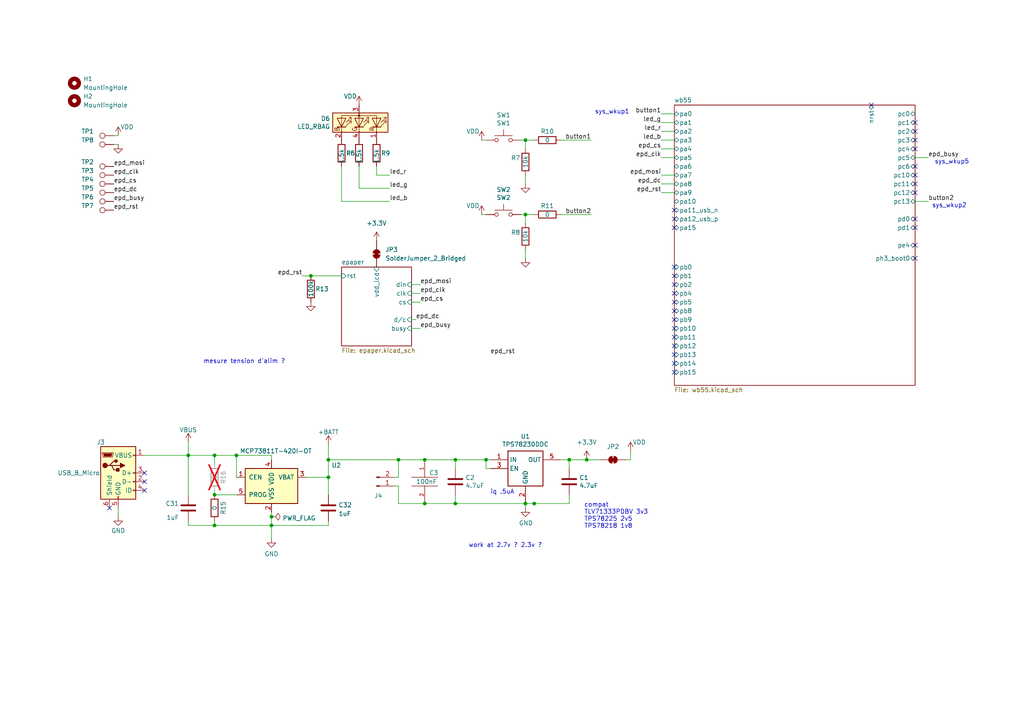
<source format=kicad_sch>
(kicad_sch (version 20231120) (generator "eeschema") (generator_version "8.0")
  (paper "A4")
  (title_block (title "linky2ble") (date "2024-10-14") (rev "1.0.0"))
  (lib_symbols
    (symbol "Battery_Management:MCP73811T-420I-OT" (pin_names (offset 1.016))
      (property "Reference" "U" (at -6.35 6.35 0))
      (property "Value" "MCP73811T-420I-OT" (at 1.27 6.35 0))
      (symbol "MCP73811T-420I-OT_0_1"
        (rectangle (start -7.62 5.08) (end 7.62 -5.08) (stroke (width 0.254)) (fill (type background)))
      )
      (symbol "MCP73811T-420I-OT_1_1"
        (pin input line (at -10.16 2.54 0) (length 2.54) (name "CEN") (number "1"))
        (pin power_in line (at 0 -7.62 90) (length 2.54) (name "VSS") (number "2"))
        (pin power_out line (at 10.16 2.54 180) (length 2.54) (name "VBAT") (number "3"))
        (pin power_in line (at 0 7.62 270) (length 2.54) (name "VDD") (number "4"))
        (pin input line (at -10.16 -2.54 0) (length 2.54) (name "PROG") (number "5"))
      )
    )
    (symbol "Connector:Conn_01x02_Pin" (pin_names (offset 1.016) hide)
      (property "Reference" "J" (at 0 2.54 0))
      (property "Value" "Conn_01x02_Pin" (at 0 -5.08 0))
      (symbol "Conn_01x02_Pin_1_1"
        (polyline (pts (xy 1.27 -2.54) (xy 0.8636 -2.54)) (stroke (width 0.1524)))
        (polyline (pts (xy 1.27 0) (xy 0.8636 0)) (stroke (width 0.1524)))
        (rectangle (start 0.8636 -2.413) (end 0 -2.667) (stroke (width 0.1524)) (fill (type outline)))
        (rectangle (start 0.8636 0.127) (end 0 -0.127) (stroke (width 0.1524)) (fill (type outline)))
        (pin passive line (at 5.08 0 180) (length 3.81) (name "Pin_1") (number "1"))
        (pin passive line (at 5.08 -2.54 180) (length 3.81) (name "Pin_2") (number "2"))
      )
    )
    (symbol "Connector:TestPoint" (pin_numbers hide) (pin_names (offset 0.762) hide)
      (property "Reference" "TP" (at 0 6.858 0))
      (property "Value" "TestPoint" (at 0 5.08 0))
      (symbol "TestPoint_0_1"
        (circle (center 0 3.302) (radius 0.762))
      )
      (symbol "TestPoint_1_1"
        (pin passive line (at 0 0 90) (length 2.54) (name "1") (number "1"))
      )
    )
    (symbol "Connector:USB_B_Micro" (pin_names (offset 1.016))
      (property "Reference" "J" (at -5.08 11.43 0))
      (property "Value" "USB_B_Micro" (at -5.08 8.89 0))
      (symbol "USB_B_Micro_0_1"
        (rectangle (start -5.08 -7.62) (end 5.08 7.62) (stroke (width 0.254)) (fill (type background)))
        (circle (center -3.81 2.159) (radius 0.635) (stroke (width 0.254)) (fill (type outline)))
        (circle (center -0.635 3.429) (radius 0.381) (stroke (width 0.254)) (fill (type outline)))
        (rectangle (start -0.127 -7.62) (end 0.127 -6.858))
        (polyline (pts (xy -1.905 2.159) (xy 0.635 2.159)) (stroke (width 0.254)))
        (polyline (pts (xy -3.175 2.159) (xy -2.54 2.159) (xy -1.27 3.429) (xy -0.635 3.429)) (stroke (width 0.254)))
        (polyline (pts (xy -2.54 2.159) (xy -1.905 2.159) (xy -1.27 0.889) (xy 0 0.889)) (stroke (width 0.254)))
        (polyline (pts (xy 0.635 2.794) (xy 0.635 1.524) (xy 1.905 2.159) (xy 0.635 2.794)) (stroke (width 0.254)) (fill (type outline)))
        (polyline (pts (xy -4.318 5.588) (xy -1.778 5.588) (xy -2.032 4.826) (xy -4.064 4.826) (xy -4.318 5.588)) (fill (type outline)))
        (polyline (pts (xy -4.699 5.842) (xy -4.699 5.588) (xy -4.445 4.826) (xy -4.445 4.572) (xy -1.651 4.572) (xy -1.651 4.826) (xy -1.397 5.588) (xy -1.397 5.842) (xy -4.699 5.842)))
        (rectangle (start 0.254 1.27) (end -0.508 0.508) (stroke (width 0.254)) (fill (type outline)))
        (rectangle (start 5.08 -5.207) (end 4.318 -4.953))
        (rectangle (start 5.08 -2.667) (end 4.318 -2.413))
        (rectangle (start 5.08 -0.127) (end 4.318 0.127))
        (rectangle (start 5.08 4.953) (end 4.318 5.207))
      )
      (symbol "USB_B_Micro_1_1"
        (pin power_out line (at 7.62 5.08 180) (length 2.54) (name "VBUS") (number "1"))
        (pin bidirectional line (at 7.62 -2.54 180) (length 2.54) (name "D-") (number "2"))
        (pin bidirectional line (at 7.62 0 180) (length 2.54) (name "D+") (number "3"))
        (pin passive line (at 7.62 -5.08 180) (length 2.54) (name "ID") (number "4"))
        (pin power_out line (at 0 -10.16 90) (length 2.54) (name "GND") (number "5"))
        (pin passive line (at -2.54 -10.16 90) (length 2.54) (name "Shield") (number "6"))
      )
    )
    (symbol "Device:C" (pin_numbers hide) (pin_names (offset 0.254))
      (property "Reference" "C" (at 0.635 2.54 0))
      (property "Value" "C" (at 0.635 -2.54 0))
      (symbol "C_0_1"
        (polyline (pts (xy -2.032 -0.762) (xy 2.032 -0.762)) (stroke (width 0.508)))
        (polyline (pts (xy -2.032 0.762) (xy 2.032 0.762)) (stroke (width 0.508)))
      )
      (symbol "C_1_1"
        (pin passive line (at 0 3.81 270) (length 2.794) (name "~") (number "1"))
        (pin passive line (at 0 -3.81 90) (length 2.794) (name "~") (number "2"))
      )
    )
    (symbol "Device:R" (pin_numbers hide) (pin_names (offset 0))
      (property "Reference" "R" (at 2.032 0 90))
      (property "Value" "R" (at 0 0 90))
      (symbol "R_0_1"
        (rectangle (start -1.016 -2.54) (end 1.016 2.54) (stroke (width 0.254)))
      )
      (symbol "R_1_1"
        (pin passive line (at 0 3.81 270) (length 1.27) (name "~") (number "1"))
        (pin passive line (at 0 -3.81 90) (length 1.27) (name "~") (number "2"))
      )
    )
    (symbol "Jumper:SolderJumper_2_Bridged" (pin_numbers hide) (pin_names (offset 0) hide) (exclude_from_sim yes) (in_bom no)
      (property "Reference" "JP" (at 0 2.032 0))
      (property "Value" "SolderJumper_2_Bridged" (at 0 -2.54 0))
      (symbol "SolderJumper_2_Bridged_0_1"
        (rectangle (start -0.508 0.508) (end 0.508 -0.508) (fill (type outline)))
        (arc (start -0.254 1.016) (mid -1.2656 0) (end -0.254 -1.016))
        (arc (start -0.254 1.016) (mid -1.2656 0) (end -0.254 -1.016) (fill (type outline)))
        (polyline (pts (xy -0.254 1.016) (xy -0.254 -1.016)))
        (polyline (pts (xy 0.254 1.016) (xy 0.254 -1.016)))
        (arc (start 0.254 -1.016) (mid 1.2656 0) (end 0.254 1.016))
        (arc (start 0.254 -1.016) (mid 1.2656 0) (end 0.254 1.016) (fill (type outline)))
      )
      (symbol "SolderJumper_2_Bridged_1_1"
        (pin passive line (at -3.81 0 0) (length 2.54) (name "A") (number "1"))
        (pin passive line (at 3.81 0 180) (length 2.54) (name "B") (number "2"))
      )
    )
    (symbol "Mechanical:MountingHole" (pin_names (offset 1.016)) (exclude_from_sim yes) (in_bom no)
      (property "Reference" "H" (at 0 5.08 0))
      (property "Value" "MountingHole" (at 0 3.175 0))
      (symbol "MountingHole_0_1"
        (circle (center 0 0) (radius 1.27) (stroke (width 1.27)))
      )
    )
    (symbol "Switch:SW_Push" (pin_numbers hide) (pin_names (offset 1.016) hide)
      (property "Reference" "SW" (at 1.27 2.54 0))
      (property "Value" "SW_Push" (at 0 -1.524 0))
      (symbol "SW_Push_0_1"
        (circle (center -2.032 0) (radius 0.508))
        (polyline (pts (xy 0 1.27) (xy 0 3.048)))
        (polyline (pts (xy 2.54 1.27) (xy -2.54 1.27)))
        (circle (center 2.032 0) (radius 0.508))
        (pin passive line (at -5.08 0 0) (length 2.54) (name "1") (number "1"))
        (pin passive line (at 5.08 0 180) (length 2.54) (name "2") (number "2"))
      )
    )
    (symbol "node-rescue:LED_RBAG-arturo182_device_extra-1cell_bms-rescue" (pin_names (offset 0) hide)
      (property "Reference" "D" (at 0 9.398 0))
      (property "Value" "LED_RBAG-arturo182_device_extra-1cell_bms-rescue" (at 0 -8.89 0))
      (symbol "LED_RBAG-arturo182_device_extra-1cell_bms-rescue_0_0"
        (text "B" (at -1.905 -6.35 0) (effects (font (size 1.27 1.27))))
        (text "G" (at -1.905 -1.27 0) (effects (font (size 1.27 1.27))))
        (text "R" (at -1.905 3.81 0) (effects (font (size 1.27 1.27))))
      )
      (symbol "LED_RBAG-arturo182_device_extra-1cell_bms-rescue_0_1"
        (polyline (pts (xy -1.27 -5.08) (xy -2.54 -5.08)))
        (polyline (pts (xy -1.27 -5.08) (xy 1.27 -5.08)))
        (polyline (pts (xy -1.27 -3.81) (xy -1.27 -6.35)))
        (polyline (pts (xy -1.27 -3.81) (xy -1.27 -6.35)) (stroke (width 0.2032)))
        (polyline (pts (xy -1.27 0) (xy -2.54 0)))
        (polyline (pts (xy -1.27 0) (xy 1.27 0)))
        (polyline (pts (xy -1.27 1.27) (xy -1.27 -1.27)) (stroke (width 0.2032)))
        (polyline (pts (xy -1.27 5.08) (xy -2.54 5.08)))
        (polyline (pts (xy -1.27 6.35) (xy -1.27 3.81)) (stroke (width 0.2032)))
        (polyline (pts (xy 1.27 0) (xy 2.54 0)))
        (polyline (pts (xy 1.27 5.08) (xy -1.27 5.08)))
        (polyline (pts (xy -1.27 1.27) (xy -1.27 -1.27) (xy -1.27 -1.27)))
        (polyline (pts (xy -1.27 6.35) (xy -1.27 3.81) (xy -1.27 3.81)))
        (polyline (pts (xy 1.27 -5.08) (xy 2.032 -5.08) (xy 2.032 5.08) (xy 1.27 5.08)))
        (polyline (pts (xy 1.27 -3.81) (xy 1.27 -6.35) (xy -1.27 -5.08) (xy 1.27 -3.81)) (stroke (width 0.2032)))
        (polyline (pts (xy 1.27 1.27) (xy 1.27 -1.27) (xy -1.27 0) (xy 1.27 1.27)) (stroke (width 0.2032)))
        (polyline (pts (xy 1.27 6.35) (xy 1.27 3.81) (xy -1.27 5.08) (xy 1.27 6.35)) (stroke (width 0.2032)))
        (polyline (pts (xy -1.016 -3.81) (xy 0.508 -2.286) (xy -0.254 -2.286) (xy 0.508 -2.286) (xy 0.508 -3.048)))
        (polyline (pts (xy -1.016 1.27) (xy 0.508 2.794) (xy -0.254 2.794) (xy 0.508 2.794) (xy 0.508 2.032)))
        (polyline (pts (xy -1.016 6.35) (xy 0.508 7.874) (xy -0.254 7.874) (xy 0.508 7.874) (xy 0.508 7.112)))
        (polyline (pts (xy 0 -3.81) (xy 1.524 -2.286) (xy 0.762 -2.286) (xy 1.524 -2.286) (xy 1.524 -3.048)))
        (polyline (pts (xy 0 1.27) (xy 1.524 2.794) (xy 0.762 2.794) (xy 1.524 2.794) (xy 1.524 2.032)))
        (polyline (pts (xy 0 6.35) (xy 1.524 7.874) (xy 0.762 7.874) (xy 1.524 7.874) (xy 1.524 7.112)))
        (rectangle (start 1.27 -1.27) (end 1.27 1.27))
        (rectangle (start 1.27 1.27) (end 1.27 1.27))
        (rectangle (start 1.27 3.81) (end 1.27 6.35))
        (rectangle (start 1.27 6.35) (end 1.27 6.35))
        (circle (center 2.032 0) (radius 0.254) (fill (type outline)))
        (rectangle (start 2.794 8.382) (end -2.794 -7.62) (stroke (width 0.254)) (fill (type background)))
      )
      (symbol "LED_RBAG-arturo182_device_extra-1cell_bms-rescue_1_1"
        (pin passive line (at -5.08 5.08 0) (length 2.54) (name "RK") (number "1"))
        (pin passive line (at -5.08 -5.08 0) (length 2.54) (name "BK") (number "2"))
        (pin passive line (at 5.08 0 180) (length 2.54) (name "A") (number "3"))
        (pin passive line (at -5.08 0 0) (length 2.54) (name "GK") (number "4"))
      )
    )
    (symbol "node-rescue:TPS78218DDC-mine"
      (property "Reference" "U" (at -5.08 -6.35 0))
      (property "Value" "TPS78218DDC-mine" (at 5.08 6.35 0))
      (symbol "TPS78218DDC-mine_0_0"
        (rectangle (start -5.08 5.08) (end 5.08 -5.08) (stroke (width 0.254)))
      )
      (symbol "TPS78218DDC-mine_1_1"
        (pin power_in line (at -10.16 2.54 0) (length 5.08) (name "IN") (number "1"))
        (pin power_in line (at 0 -10.16 90) (length 5.08) (name "GND") (number "2"))
        (pin input line (at -10.16 0 0) (length 5.08) (name "EN") (number "3"))
        (pin power_in line (at 2.54 -10.16 90) (length 5.08) hide (name "GND") (number "4"))
        (pin power_out line (at 10.16 2.54 180) (length 5.08) (name "OUT") (number "5"))
      )
    )
    (symbol "power:+3.3V" (power) (pin_numbers hide) (pin_names (offset 0) hide)
      (property "Value" "+3.3V" (at 0 3.556 0))
      (symbol "+3.3V_0_1"
        (polyline (pts (xy -0.762 1.27) (xy 0 2.54)))
        (polyline (pts (xy 0 0) (xy 0 2.54)))
        (polyline (pts (xy 0 2.54) (xy 0.762 1.27)))
      )
      (symbol "+3.3V_1_1"
        (pin power_in line (at 0 0 90) (length 0) (name "~") (number "1"))
      )
    )
    (symbol "power:+BATT" (power) (pin_names (offset 0))
      (property "Value" "+BATT" (at 0 3.556 0))
      (symbol "+BATT_0_1"
        (polyline (pts (xy -0.762 1.27) (xy 0 2.54)))
        (polyline (pts (xy 0 0) (xy 0 2.54)))
        (polyline (pts (xy 0 2.54) (xy 0.762 1.27)))
      )
      (symbol "+BATT_1_1"
        (pin power_in line (at 0 0 90) (length 0) hide (name "+BATT") (number "1"))
      )
    )
    (symbol "power:GND" (power) (pin_numbers hide) (pin_names (offset 0) hide)
      (property "Value" "GND" (at 0 -3.81 0))
      (symbol "GND_0_1"
        (polyline (pts (xy 0 0) (xy 0 -1.27) (xy 1.27 -1.27) (xy 0 -2.54) (xy -1.27 -1.27) (xy 0 -1.27)))
      )
      (symbol "GND_1_1"
        (pin power_in line (at 0 0 270) (length 0) (name "~") (number "1"))
      )
    )
    (symbol "power:PWR_FLAG" (power) (pin_numbers hide) (pin_names (offset 0) hide)
      (property "Value" "PWR_FLAG" (at 0 3.81 0))
      (symbol "PWR_FLAG_0_0"
        (pin power_out line (at 0 0 90) (length 0) (name "pwr") (number "1"))
      )
      (symbol "PWR_FLAG_0_1"
        (polyline (pts (xy 0 0) (xy 0 1.27) (xy -1.016 1.905) (xy 0 2.54) (xy 1.016 1.905) (xy 0 1.27)))
      )
    )
    (symbol "power:VBUS" (power) (pin_names (offset 0))
      (property "Value" "VBUS" (at 0 3.81 0))
      (symbol "VBUS_0_1"
        (polyline (pts (xy -0.762 1.27) (xy 0 2.54)))
        (polyline (pts (xy 0 0) (xy 0 2.54)))
        (polyline (pts (xy 0 2.54) (xy 0.762 1.27)))
      )
      (symbol "VBUS_1_1"
        (pin power_in line (at 0 0 90) (length 0) hide (name "VBUS") (number "1"))
      )
    )
    (symbol "power:VDD" (power) (pin_names (offset 0))
      (property "Value" "VDD" (at 0 3.81 0))
      (symbol "VDD_0_1"
        (polyline (pts (xy -0.762 1.27) (xy 0 2.54)))
        (polyline (pts (xy 0 0) (xy 0 2.54)))
        (polyline (pts (xy 0 2.54) (xy 0.762 1.27)))
      )
      (symbol "VDD_1_1"
        (pin power_in line (at 0 0 90) (length 0) hide (name "VDD") (number "1"))
      )
    )
    (symbol "pspice:CAP" (pin_names (offset 0.254))
      (property "Reference" "C" (at 2.54 3.81 90))
      (property "Value" "CAP" (at 2.54 -3.81 90))
      (symbol "CAP_0_1"
        (polyline (pts (xy -3.81 -1.27) (xy 3.81 -1.27)))
        (polyline (pts (xy -3.81 1.27) (xy 3.81 1.27)))
      )
      (symbol "CAP_1_1"
        (pin passive line (at 0 6.35 270) (length 5.08) (name "~") (number "1"))
        (pin passive line (at 0 -6.35 90) (length 5.08) (name "~") (number "2"))
      )
    )
  )
  (junction (at 123.19 133.35))
  (junction (at 123.19 146.05))
  (junction (at 95.25 133.35))
  (junction (at 90.17 80.01))
  (junction (at 132.08 146.05))
  (junction (at 165.1 133.35))
  (junction (at 132.08 133.35))
  (junction (at 115.57 133.35))
  (junction (at 78.74 149.86))
  (junction (at 62.23 152.4))
  (junction (at 54.61 132.08))
  (junction (at 62.23 143.51))
  (junction (at 152.4 40.64))
  (junction (at 154.94 146.05))
  (junction (at 95.25 138.43))
  (junction (at 170.18 133.35))
  (junction (at 78.74 152.4))
  (junction (at 140.97 133.35))
  (junction (at 68.58 132.08))
  (junction (at 152.4 146.05))
  (junction (at 152.4 62.23))
  (junction (at 62.23 132.08))
  (no_connect (at 265.43 63.5))
  (no_connect (at 41.91 139.7))
  (no_connect (at 41.91 142.24))
  (no_connect (at 252.73 30.48))
  (no_connect (at 195.58 90.17))
  (no_connect (at 195.58 107.95))
  (no_connect (at 265.43 48.26))
  (no_connect (at 195.58 105.41))
  (no_connect (at 265.43 71.12))
  (no_connect (at 195.58 80.01))
  (no_connect (at 195.58 82.55))
  (no_connect (at 265.43 43.18))
  (no_connect (at 265.43 40.64))
  (no_connect (at 195.58 87.63))
  (no_connect (at 195.58 77.47))
  (no_connect (at 265.43 74.93))
  (no_connect (at 195.58 95.25))
  (no_connect (at 41.91 137.16))
  (no_connect (at 195.58 66.04))
  (no_connect (at 195.58 63.5))
  (no_connect (at 265.43 38.1))
  (no_connect (at 195.58 60.96))
  (no_connect (at 265.43 55.88))
  (no_connect (at 265.43 53.34))
  (no_connect (at 195.58 97.79))
  (no_connect (at 195.58 92.71))
  (no_connect (at 195.58 100.33))
  (no_connect (at 195.58 85.09))
  (no_connect (at 265.43 50.8))
  (no_connect (at 31.75 147.32))
  (no_connect (at 265.43 66.04))
  (no_connect (at 195.58 102.87))
  (no_connect (at 265.43 35.56))
  (wire (pts (xy 99.06 48.26) (xy 99.06 58.42)))
  (wire (pts (xy 191.77 50.8) (xy 195.58 50.8)))
  (wire (pts (xy 170.18 133.35) (xy 173.99 133.35)))
  (wire (pts (xy 132.08 133.35) (xy 140.97 133.35)))
  (wire (pts (xy 54.61 132.08) (xy 62.23 132.08)))
  (wire (pts (xy 115.57 133.35) (xy 123.19 133.35)))
  (wire (pts (xy 62.23 142.24) (xy 62.23 143.51)))
  (wire (pts (xy 68.58 138.43) (xy 68.58 132.08)))
  (wire (pts (xy 165.1 133.35) (xy 170.18 133.35)))
  (wire (pts (xy 154.94 40.64) (xy 152.4 40.64)))
  (wire (pts (xy 171.45 62.23) (xy 162.56 62.23)))
  (wire (pts (xy 104.14 54.61) (xy 113.03 54.61)))
  (wire (pts (xy 78.74 149.86) (xy 78.74 152.4)))
  (wire (pts (xy 123.19 133.35) (xy 132.08 133.35)))
  (wire (pts (xy 115.57 133.35) (xy 115.57 138.43)))
  (wire (pts (xy 265.43 58.42) (xy 269.24 58.42)))
  (wire (pts (xy 78.74 152.4) (xy 78.74 156.21)))
  (wire (pts (xy 140.97 62.23) (xy 139.7 62.23)))
  (wire (pts (xy 191.77 45.72) (xy 195.58 45.72)))
  (wire (pts (xy 95.25 152.4) (xy 95.25 151.13)))
  (wire (pts (xy 34.29 39.37) (xy 33.02 39.37)))
  (wire (pts (xy 269.24 45.72) (xy 265.43 45.72)))
  (wire (pts (xy 132.08 135.89) (xy 132.08 133.35)))
  (wire (pts (xy 54.61 151.13) (xy 54.61 152.4)))
  (wire (pts (xy 34.29 41.91) (xy 33.02 41.91)))
  (wire (pts (xy 121.92 87.63) (xy 119.38 87.63)))
  (wire (pts (xy 62.23 152.4) (xy 78.74 152.4)))
  (wire (pts (xy 119.38 82.55) (xy 121.92 82.55)))
  (wire (pts (xy 114.3 140.97) (xy 115.57 140.97)))
  (wire (pts (xy 152.4 72.39) (xy 152.4 74.93)))
  (wire (pts (xy 99.06 58.42) (xy 113.03 58.42)))
  (wire (pts (xy 34.29 147.32) (xy 34.29 149.86)))
  (wire (pts (xy 191.77 35.56) (xy 195.58 35.56)))
  (wire (pts (xy 191.77 38.1) (xy 195.58 38.1)))
  (wire (pts (xy 154.94 62.23) (xy 152.4 62.23)))
  (wire (pts (xy 154.94 146.05) (xy 165.1 146.05)))
  (wire (pts (xy 140.97 133.35) (xy 140.97 135.89)))
  (wire (pts (xy 191.77 53.34) (xy 195.58 53.34)))
  (wire (pts (xy 181.61 133.35) (xy 182.88 133.35)))
  (wire (pts (xy 109.22 48.26) (xy 109.22 50.8)))
  (wire (pts (xy 182.88 133.35) (xy 182.88 130.81)))
  (wire (pts (xy 114.3 138.43) (xy 115.57 138.43)))
  (wire (pts (xy 152.4 50.8) (xy 152.4 53.34)))
  (wire (pts (xy 191.77 43.18) (xy 195.58 43.18)))
  (wire (pts (xy 123.19 146.05) (xy 132.08 146.05)))
  (wire (pts (xy 152.4 40.64) (xy 151.13 40.64)))
  (wire (pts (xy 95.25 133.35) (xy 95.25 138.43)))
  (wire (pts (xy 41.91 132.08) (xy 54.61 132.08)))
  (wire (pts (xy 132.08 143.51) (xy 132.08 146.05)))
  (wire (pts (xy 120.65 92.71) (xy 119.38 92.71)))
  (wire (pts (xy 62.23 134.62) (xy 62.23 132.08)))
  (wire (pts (xy 68.58 132.08) (xy 78.74 132.08)))
  (wire (pts (xy 62.23 152.4) (xy 62.23 151.13)))
  (wire (pts (xy 165.1 133.35) (xy 165.1 135.89)))
  (wire (pts (xy 54.61 128.27) (xy 54.61 132.08)))
  (wire (pts (xy 165.1 146.05) (xy 165.1 143.51)))
  (wire (pts (xy 78.74 149.86) (xy 78.74 148.59)))
  (wire (pts (xy 78.74 132.08) (xy 78.74 133.35)))
  (wire (pts (xy 115.57 146.05) (xy 123.19 146.05)))
  (wire (pts (xy 54.61 152.4) (xy 62.23 152.4)))
  (wire (pts (xy 113.03 50.8) (xy 109.22 50.8)))
  (wire (pts (xy 104.14 48.26) (xy 104.14 54.61)))
  (wire (pts (xy 90.17 80.01) (xy 99.06 80.01)))
  (wire (pts (xy 132.08 146.05) (xy 152.4 146.05)))
  (wire (pts (xy 152.4 146.05) (xy 152.4 147.32)))
  (wire (pts (xy 62.23 143.51) (xy 68.58 143.51)))
  (wire (pts (xy 88.9 138.43) (xy 95.25 138.43)))
  (wire (pts (xy 191.77 55.88) (xy 195.58 55.88)))
  (wire (pts (xy 121.92 85.09) (xy 119.38 85.09)))
  (wire (pts (xy 154.94 146.05) (xy 152.4 146.05)))
  (wire (pts (xy 78.74 152.4) (xy 95.25 152.4)))
  (wire (pts (xy 171.45 40.64) (xy 162.56 40.64)))
  (wire (pts (xy 140.97 135.89) (xy 142.24 135.89)))
  (wire (pts (xy 191.77 33.02) (xy 195.58 33.02)))
  (wire (pts (xy 54.61 132.08) (xy 54.61 143.51)))
  (wire (pts (xy 87.63 80.01) (xy 90.17 80.01)))
  (wire (pts (xy 115.57 140.97) (xy 115.57 146.05)))
  (wire (pts (xy 140.97 40.64) (xy 139.7 40.64)))
  (wire (pts (xy 95.25 133.35) (xy 115.57 133.35)))
  (wire (pts (xy 121.92 95.25) (xy 119.38 95.25)))
  (wire (pts (xy 152.4 62.23) (xy 151.13 62.23)))
  (wire (pts (xy 95.25 138.43) (xy 95.25 143.51)))
  (wire (pts (xy 152.4 40.64) (xy 152.4 43.18)))
  (wire (pts (xy 140.97 133.35) (xy 142.24 133.35)))
  (wire (pts (xy 62.23 132.08) (xy 68.58 132.08)))
  (wire (pts (xy 162.56 133.35) (xy 165.1 133.35)))
  (wire (pts (xy 95.25 128.905) (xy 95.25 133.35)))
  (wire (pts (xy 191.77 40.64) (xy 195.58 40.64)))
  (wire (pts (xy 152.4 62.23) (xy 152.4 64.77)))
  (text "work at 2.7v ? 2.3v ?\n" (at 146.558 158.242 0) (effects (font (size 1.27 1.27))))
  (text "sys_wkup1\n" (at 177.546 32.512 0) (effects (font (size 1.27 1.27))))
  (text "compat \nTLV71333PDBV 3v3\nTPS78225 2v5\nTPS78218 1v8" (at 169.418 153.416 0) (effects (font (size 1.27 1.27)) (justify left bottom)))
  (text "sys_wkup5" (at 276.098 46.99 0) (effects (font (size 1.27 1.27))))
  (text "sys_wkup2" (at 275.336 59.69 0) (effects (font (size 1.27 1.27))))
  (text "iq .5uA" (at 142.24 143.51 0) (effects (font (size 1.27 1.27)) (justify left bottom)))
  (text "mesure tension d'alim ?" (at 70.866 104.902 0) (effects (font (size 1.27 1.27))))
  (label "epd_rst" (at 142.24 102.87 0))
  (label "epd_clk" (at 33.02 50.8 0))
  (label "led_r" (at 113.03 50.8 0))
  (label "led_g" (at 191.77 35.56 180))
  (label "epd_busy" (at 269.24 45.72 0))
  (label "epd_mosi" (at 33.02 48.26 0))
  (label "button2" (at 269.24 58.42 0))
  (label "epd_cs" (at 191.77 43.18 180))
  (label "epd_cs" (at 33.02 53.34 0))
  (label "epd_busy" (at 33.02 58.42 0))
  (label "epd_cs" (at 121.92 87.63 0))
  (label "epd_rst" (at 191.77 55.88 180))
  (label "button2" (at 171.45 62.23 180))
  (label "epd_clk" (at 191.77 45.72 180))
  (label "epd_clk" (at 121.92 85.09 0))
  (label "epd_busy" (at 121.92 95.25 0))
  (label "epd_rst" (at 33.02 60.96 0))
  (label "epd_rst" (at 87.63 80.01 180))
  (label "epd_dc" (at 33.02 55.88 0))
  (label "button1" (at 171.45 40.64 180))
  (label "epd_dc" (at 191.77 53.34 180))
  (label "epd_mosi" (at 121.92 82.55 0))
  (label "led_g" (at 113.03 54.61 0))
  (label "led_b" (at 113.03 58.42 0))
  (label "led_r" (at 191.77 38.1 180))
  (label "epd_dc" (at 120.65 92.71 0))
  (label "epd_mosi" (at 191.77 50.8 180))
  (label "button1" (at 191.77 33.02 180))
  (label "led_b" (at 191.77 40.64 180))
  (symbol (lib_id "power:VDD") (at 139.7 40.64 0) (mirror y) (unit 1)
    (property "Reference" "#PWR08" (effects (hide yes)))
    (property "Value" "VDD" (at 137.16 38.1 0))
  )
  (symbol (lib_id "power:VDD") (at 104.14 30.48 0) (mirror y) (unit 1)
    (property "Reference" "#PWR010" (effects (hide yes)))
    (property "Value" "VDD" (at 101.6 27.94 0))
  )
  (symbol (lib_id "Device:C") (at 132.08 139.7 0) (unit 1)
    (property "Reference" "C2" (at 135.001 138.5316 0) (effects (justify left)))
    (property "Value" "4.7uF" (at 135.001 140.843 0) (effects (justify left)))
    (property "Footprint" "Capacitor_SMD:C_0603_1608Metric" (effects (hide yes)))
    (property "pn" "C19666 " (effects (hide yes)))
    (property "price x1" "0.1" (effects (hide yes)))
    (property "price x100" ".07" (effects (hide yes)))
    (property "LCSC" "C19666" (effects (hide yes)))
  )
  (symbol (lib_id "Connector:TestPoint") (at 33.02 41.91 90) (unit 1) (exclude_from_sim yes) (in_bom no)
    (property "Reference" "TP8" (at 25.4 40.64 90))
    (property "Value" "5v" (effects (hide yes)))
    (property "Footprint" "TestPoint:TestPoint_Pad_D1.0mm" (effects (hide yes)))
  )
  (symbol (lib_id "Connector:TestPoint") (at 33.02 50.8 90) (unit 1) (exclude_from_sim yes) (in_bom no)
    (property "Reference" "TP3" (at 25.4 49.53 90))
    (property "Value" "5v" (effects (hide yes)))
    (property "Footprint" "TestPoint:TestPoint_Pad_D1.0mm" (effects (hide yes)))
  )
  (symbol (lib_id "Connector:TestPoint") (at 33.02 48.26 90) (unit 1) (exclude_from_sim yes) (in_bom no)
    (property "Reference" "TP2" (at 25.4 46.99 90))
    (property "Value" "5v" (effects (hide yes)))
    (property "Footprint" "TestPoint:TestPoint_Pad_D1.0mm" (effects (hide yes)))
  )
  (symbol (lib_id "Device:R") (at 62.23 138.43 0) (mirror y) (unit 1) (dnp yes)
    (property "Reference" "R16" (at 64.77 138.43 90))
    (property "Value" "0" (at 62.23 138.43 90))
    (property "Footprint" "Resistor_SMD:R_0402_1005Metric" (effects (hide yes)))
    (property "LCSC" "C17168" (effects (hide yes)))
  )
  (symbol (lib_id "power:GND") (at 34.29 149.86 0) (unit 1)
    (property "Reference" "#PWR022" (effects (hide yes)))
    (property "Value" "GND" (at 34.29 153.924 0))
  )
  (symbol (lib_id "power:GND") (at 34.29 41.91 0) (mirror y) (unit 1)
    (property "Reference" "#PWR020" (effects (hide yes)))
    (property "Value" "GND" (effects (hide yes)))
  )
  (symbol (lib_id "Jumper:SolderJumper_2_Bridged") (at 109.22 73.66 90) (unit 1) (exclude_from_sim yes) (in_bom no)
    (property "Reference" "JP3" (at 111.76 72.3899 90) (effects (justify right)))
    (property "Value" "SolderJumper_2_Bridged" (at 111.76 74.9299 90) (effects (justify right)))
    (property "Footprint" "Jumper:SolderJumper-2_P1.3mm_Bridged_Pad1.0x1.5mm" (effects (hide yes)))
    (property "Description" "Solder Jumper, 2-pole, closed/bridged" (effects (hide yes)))
  )
  (symbol (lib_id "Device:R") (at 158.75 40.64 90) (mirror x) (unit 1)
    (property "Reference" "R10" (at 158.75 38.1 90))
    (property "Value" "0" (at 158.75 40.64 90))
    (property "Footprint" "Resistor_SMD:R_0402_1005Metric" (effects (hide yes)))
    (property "JLCPCB" "C25104" (effects (hide yes)))
    (property "LCSC" "C25104" (effects (hide yes)))
  )
  (symbol (lib_id "Jumper:SolderJumper_2_Bridged") (at 177.8 133.35 0) (unit 1) (exclude_from_sim yes) (in_bom no)
    (property "Reference" "JP2" (at 177.8 129.54 0))
    (property "Value" "SolderJumper_2_Bridged" (effects (hide yes)))
    (property "Footprint" "Jumper:SolderJumper-2_P1.3mm_Bridged_Pad1.0x1.5mm" (effects (hide yes)))
    (property "Description" "Solder Jumper, 2-pole, closed/bridged" (effects (hide yes)))
  )
  (symbol (lib_id "pspice:CAP") (at 123.19 139.7 0) (unit 1)
    (property "Reference" "C3" (at 124.46 137.16 0) (effects (justify left)))
    (property "Value" "100nF" (at 120.65 139.7 0) (effects (justify left)))
    (property "Footprint" "Capacitor_SMD:C_0402_1005Metric" (effects (hide yes)))
    (property "LCSC" "C1525" (effects (hide yes)))
  )
  (symbol (lib_id "Device:R") (at 109.22 44.45 0) (mirror x) (unit 1)
    (property "Reference" "R9" (at 110.49 44.45 0) (effects (justify left)))
    (property "Value" "1.5k" (at 109.22 43.18 90) (effects (justify left)))
    (property "Footprint" "Resistor_SMD:R_0402_1005Metric" (effects (hide yes)))
    (property "pn" "C25744" (effects (hide yes)))
    (property "price x1" "0.0009" (effects (hide yes)))
    (property "price x100" "0.0002" (effects (hide yes)))
    (property "LCSC" "C25867" (effects (hide yes)))
  )
  (symbol (lib_id "power:VDD") (at 182.88 130.81 0) (unit 1)
    (property "Reference" "#PWR03" (effects (hide yes)))
    (property "Value" "VDD" (at 185.42 128.27 0))
  )
  (symbol (lib_id "power:GND") (at 152.4 147.32 0) (unit 1)
    (property "Reference" "#PWR02" (effects (hide yes)))
    (property "Value" "GND" (at 152.527 151.7142 0))
  )
  (symbol (lib_id "Mechanical:MountingHole") (at 21.59 29.21 0) (unit 1) (exclude_from_sim yes) (in_bom no)
    (property "Reference" "H2" (at 24.13 27.9399 0) (effects (justify left)))
    (property "Value" "MountingHole" (at 24.13 30.4799 0) (effects (justify left)))
    (property "Footprint" "MountingHole:MountingHole_2.2mm_M2" (effects (hide yes)))
    (property "Description" "Mounting Hole without connection" (effects (hide yes)))
  )
  (symbol (lib_id "Device:R") (at 62.23 147.32 0) (mirror y) (unit 1)
    (property "Reference" "R15" (at 64.77 147.32 90))
    (property "Value" "0" (at 62.23 147.32 90))
    (property "Footprint" "Resistor_SMD:R_0402_1005Metric" (effects (hide yes)))
    (property "LCSC" "C17168" (effects (hide yes)))
  )
  (symbol (lib_id "Device:R") (at 104.14 44.45 0) (mirror x) (unit 1)
    (property "Reference" "R6" (at 100.33 44.45 0) (effects (justify left)))
    (property "Value" "1.5k" (at 104.14 43.18 90) (effects (justify left)))
    (property "Footprint" "Resistor_SMD:R_0402_1005Metric" (effects (hide yes)))
    (property "pn" "C25744" (effects (hide yes)))
    (property "price x1" "0.0009" (effects (hide yes)))
    (property "price x100" "0.0002" (effects (hide yes)))
    (property "LCSC" "C25867" (effects (hide yes)))
  )
  (symbol (lib_id "power:PWR_FLAG") (at 78.74 149.86 270) (unit 1)
    (property "Reference" "#FLG01" (effects (hide yes)))
    (property "Value" "PWR_FLAG" (at 81.915 150.2938 90) (effects (justify left)))
  )
  (symbol (lib_id "power:GND") (at 152.4 74.93 0) (mirror y) (unit 1)
    (property "Reference" "#PWR09" (effects (hide yes)))
    (property "Value" "GND" (effects (hide yes)))
  )
  (symbol (lib_id "power:+BATT") (at 95.25 128.905 0) (unit 1)
    (property "Reference" "#PWR026" (effects (hide yes)))
    (property "Value" "+BATT" (at 95.25 125.3292 0))
  )
  (symbol (lib_id "Device:R") (at 152.4 46.99 0) (mirror y) (unit 1)
    (property "Reference" "R7" (at 150.9014 45.8216 0) (effects (justify left)))
    (property "Value" "10k" (at 152.4 48.768 90) (effects (justify left)))
    (property "Footprint" "Resistor_SMD:R_0402_1005Metric" (effects (hide yes)))
    (property "JLCPCB" "C25767" (effects (hide yes)))
    (property "LCSC" "C25767" (effects (hide yes)))
  )
  (symbol (lib_id "power:VBUS") (at 54.61 128.27 0) (unit 1)
    (property "Reference" "#PWR024" (effects (hide yes)))
    (property "Value" "VBUS" (at 54.61 124.6942 0))
  )
  (symbol (lib_id "Connector:Conn_01x02_Pin") (at 109.22 140.97 0) (mirror x) (unit 1)
    (property "Reference" "J4" (at 109.728 143.764 0))
    (property "Value" "Conn_01x02_Pin" (effects (hide yes)))
    (property "Footprint" "Jumper:SolderJumper-2_P1.3mm_Open_Pad1.0x1.5mm" (effects (hide yes)))
    (property "Description" "Generic connector, single row, 01x02, script generated" (effects (hide yes)))
  )
  (symbol (lib_id "Connector:TestPoint") (at 33.02 60.96 90) (unit 1) (exclude_from_sim yes) (in_bom no)
    (property "Reference" "TP7" (at 25.4 59.69 90))
    (property "Value" "5v" (effects (hide yes)))
    (property "Footprint" "TestPoint:TestPoint_Pad_D1.0mm" (effects (hide yes)))
  )
  (symbol (lib_id "Mechanical:MountingHole") (at 21.59 24.13 0) (unit 1) (exclude_from_sim yes) (in_bom no)
    (property "Reference" "H1" (at 24.13 22.8599 0) (effects (justify left)))
    (property "Value" "MountingHole" (at 24.13 25.3999 0) (effects (justify left)))
    (property "Footprint" "MountingHole:MountingHole_2.2mm_M2" (effects (hide yes)))
    (property "Description" "Mounting Hole without connection" (effects (hide yes)))
  )
  (symbol (lib_id "Connector:TestPoint") (at 33.02 55.88 90) (unit 1) (exclude_from_sim yes) (in_bom no)
    (property "Reference" "TP5" (at 25.4 54.61 90))
    (property "Value" "5v" (effects (hide yes)))
    (property "Footprint" "TestPoint:TestPoint_Pad_D1.0mm" (effects (hide yes)))
  )
  (symbol (lib_id "Switch:SW_Push") (at 146.05 62.23 0) (mirror y) (unit 1)
    (property "Reference" "SW2" (at 146.05 54.991 0))
    (property "Value" "SW2" (at 146.05 57.3024 0))
    (property "Footprint" "Button_Switch_SMD:SW_Push_1P1T_NO_6x6mm_H9.5mm" (effects (hide yes)))
    (property "Datasheet" "https://datasheet.lcsc.com/lcsc/1810121628_C&K-PTS645SM43SMTR92LFS_C221880.pdf" (effects (hide yes)))
    (property "JLCPCB" "C221880" (effects (hide yes)))
    (property "LCSC" "C221880" (effects (hide yes)))
  )
  (symbol (lib_id "Device:C") (at 95.25 147.32 180) (unit 1)
    (property "Reference" "C32" (at 98.171 146.4853 0) (effects (justify right)))
    (property "Value" "1uF" (at 98.171 149.0222 0) (effects (justify right)))
    (property "Footprint" "Capacitor_SMD:C_0603_1608Metric" (effects (hide yes)))
  )
  (symbol (lib_id "Switch:SW_Push") (at 146.05 40.64 0) (mirror y) (unit 1)
    (property "Reference" "SW1" (at 146.05 33.401 0))
    (property "Value" "SW1" (at 146.05 35.7124 0))
    (property "Footprint" "Button_Switch_SMD:SW_Push_1P1T_NO_6x6mm_H9.5mm" (effects (hide yes)))
    (property "Datasheet" "https://datasheet.lcsc.com/lcsc/1810121628_C&K-PTS645SM43SMTR92LFS_C221880.pdf" (effects (hide yes)))
    (property "JLCPCB" "C221880" (effects (hide yes)))
    (property "LCSC" "C221880" (effects (hide yes)))
  )
  (symbol (lib_id "Device:C") (at 165.1 139.7 0) (unit 1)
    (property "Reference" "C1" (at 168.021 138.5316 0) (effects (justify left)))
    (property "Value" "4.7uF" (at 168.021 140.843 0) (effects (justify left)))
    (property "Footprint" "Capacitor_SMD:C_0603_1608Metric" (effects (hide yes)))
    (property "pn" "C19666 " (effects (hide yes)))
    (property "price x1" "0.1" (effects (hide yes)))
    (property "price x100" ".07" (effects (hide yes)))
    (property "LCSC" "C19666" (effects (hide yes)))
  )
  (symbol (lib_id "Connector:TestPoint") (at 33.02 58.42 90) (unit 1) (exclude_from_sim yes) (in_bom no)
    (property "Reference" "TP6" (at 25.4 57.15 90))
    (property "Value" "5v" (effects (hide yes)))
    (property "Footprint" "TestPoint:TestPoint_Pad_D1.0mm" (effects (hide yes)))
  )
  (symbol (lib_id "power:+3.3V") (at 170.18 133.35 0) (unit 1)
    (property "Reference" "#PWR021" (effects (hide yes)))
    (property "Value" "+3.3V" (at 170.18 128.27 0))
    (property "Description" "Power symbol creates a global label with name \"+3.3V\"" (effects (hide yes)))
  )
  (symbol (lib_id "Device:R") (at 99.06 44.45 0) (mirror x) (unit 1)
    (property "Reference" "R5" (at 100.33 44.45 0) (effects (justify left)))
    (property "Value" "1.5k" (at 99.06 43.18 90) (effects (justify left)))
    (property "Footprint" "Resistor_SMD:R_0402_1005Metric" (effects (hide yes)))
    (property "pn" "C25744" (effects (hide yes)))
    (property "price x1" "0.0009" (effects (hide yes)))
    (property "price x100" "0.0002" (effects (hide yes)))
    (property "LCSC" "C25867" (effects (hide yes)))
  )
  (symbol (lib_id "Connector:TestPoint") (at 33.02 39.37 90) (unit 1) (exclude_from_sim yes) (in_bom no)
    (property "Reference" "TP1" (at 25.4 38.1 90))
    (property "Value" "5v" (effects (hide yes)))
    (property "Footprint" "TestPoint:TestPoint_Pad_D1.0mm" (effects (hide yes)))
  )
  (symbol (lib_id "Connector:USB_B_Micro") (at 34.29 137.16 0) (unit 1)
    (property "Reference" "J3" (at 29.21 128.27 0))
    (property "Value" "USB_B_Micro" (at 22.86 137.16 0))
    (property "Footprint" "Connector_USB:USB_Micro-B_Wuerth_614105150721_Vertical" (effects (hide yes)))
  )
  (symbol (lib_id "Device:C") (at 54.61 147.32 180) (unit 1)
    (property "Reference" "C31" (at 48.006 146.05 0) (effects (justify right)))
    (property "Value" "1uF" (at 48.26 150.114 0) (effects (justify right)))
    (property "Footprint" "Capacitor_SMD:C_0603_1608Metric" (effects (hide yes)))
  )
  (symbol (lib_id "node-rescue:LED_RBAG-arturo182_device_extra-1cell_bms-rescue") (at 104.14 35.56 270) (mirror x) (unit 1)
    (property "Reference" "D6" (at 95.758 34.3916 90) (effects (justify right)))
    (property "Value" "LED_RBAG" (at 95.758 36.703 90) (effects (justify right)))
    (property "Footprint" "LED_SMD:LED_Cree-PLCC4_2x2mm_CW" (effects (hide yes)))
    (property "pn" "C108793" (effects (hide yes)))
    (property "price x1" "0.02" (effects (hide yes)))
    (property "price x100" "0.02" (effects (hide yes)))
    (property "LCSC" "C108793" (effects (hide yes)))
  )
  (symbol (lib_id "node-rescue:TPS78218DDC-mine") (at 152.4 135.89 0) (unit 1)
    (property "Reference" "U1" (at 152.4 126.5682 0))
    (property "Value" "TPS78230DDC" (at 152.4 128.8796 0))
    (property "Footprint" "Package_TO_SOT_SMD:SOT-23-5" (effects (hide yes)))
    (property "pn" "C93019" (effects (hide yes)))
    (property "price x1" "0.66" (effects (hide yes)))
    (property "price x100" "0.43" (effects (hide yes)))
    (property "LCSC" "C90840" (effects (hide yes)))
  )
  (symbol (lib_id "Device:R") (at 158.75 62.23 90) (mirror x) (unit 1)
    (property "Reference" "R11" (at 158.75 59.69 90))
    (property "Value" "0" (at 158.75 62.23 90))
    (property "Footprint" "Resistor_SMD:R_0402_1005Metric" (effects (hide yes)))
    (property "JLCPCB" "C25104" (effects (hide yes)))
    (property "LCSC" "C25104" (effects (hide yes)))
  )
  (symbol (lib_id "Device:R") (at 90.17 83.82 0) (mirror x) (unit 1)
    (property "Reference" "R13" (at 91.44 83.82 0) (effects (justify left)))
    (property "Value" "100k" (at 90.17 81.28 90) (effects (justify left)))
    (property "Footprint" "Resistor_SMD:R_0402_1005Metric" (effects (hide yes)))
    (property "pn" "C25744" (effects (hide yes)))
    (property "price x1" "0.0009" (effects (hide yes)))
    (property "price x100" "0.0002" (effects (hide yes)))
    (property "LCSC" "C25867" (effects (hide yes)))
  )
  (symbol (lib_id "power:GND") (at 78.74 156.21 0) (unit 1)
    (property "Reference" "#PWR025" (effects (hide yes)))
    (property "Value" "GND" (at 78.74 160.6534 0))
  )
  (symbol (lib_id "power:GND") (at 90.17 87.63 0) (mirror y) (unit 1)
    (property "Reference" "#PWR019" (effects (hide yes)))
    (property "Value" "GND" (effects (hide yes)))
  )
  (symbol (lib_id "power:+3.3V") (at 109.22 69.85 0) (unit 1)
    (property "Reference" "#PWR012" (effects (hide yes)))
    (property "Value" "+3.3V" (at 109.22 64.77 0))
    (property "Description" "Power symbol creates a global label with name \"+3.3V\"" (effects (hide yes)))
  )
  (symbol (lib_id "Device:R") (at 152.4 68.58 0) (mirror y) (unit 1)
    (property "Reference" "R8" (at 150.9014 67.4116 0) (effects (justify left)))
    (property "Value" "10k" (at 152.4 70.358 90) (effects (justify left)))
    (property "Footprint" "Resistor_SMD:R_0402_1005Metric" (effects (hide yes)))
    (property "JLCPCB" "C25767" (effects (hide yes)))
    (property "LCSC" "C25767" (effects (hide yes)))
  )
  (symbol (lib_id "Connector:TestPoint") (at 33.02 53.34 90) (unit 1) (exclude_from_sim yes) (in_bom no)
    (property "Reference" "TP4" (at 25.4 52.07 90))
    (property "Value" "5v" (effects (hide yes)))
    (property "Footprint" "TestPoint:TestPoint_Pad_D1.0mm" (effects (hide yes)))
  )
  (symbol (lib_id "power:VDD") (at 34.29 39.37 0) (unit 1)
    (property "Reference" "#PWR018" (effects (hide yes)))
    (property "Value" "VDD" (at 36.83 36.83 0))
  )
  (symbol (lib_id "power:VDD") (at 139.7 62.23 0) (mirror y) (unit 1)
    (property "Reference" "#PWR07" (effects (hide yes)))
    (property "Value" "VDD" (at 137.16 59.69 0))
  )
  (symbol (lib_id "power:GND") (at 152.4 53.34 0) (mirror y) (unit 1)
    (property "Reference" "#PWR011" (effects (hide yes)))
    (property "Value" "GND" (effects (hide yes)))
  )
  (symbol (lib_id "Battery_Management:MCP73811T-420I-OT") (at 78.74 140.97 0) (unit 1)
    (property "Reference" "U2" (at 97.5428 134.9716 0))
    (property "Value" "MCP73811T-420I-OT" (at 80.01 130.81 0))
    (property "Footprint" "Package_TO_SOT_SMD:SOT-23-5" (effects (hide yes)))
    (property "Datasheet" "http://ww1.microchip.com/downloads/en/DeviceDoc/22036b.pdf" (effects (hide yes)))
    (property "LCSC" "C145381" (effects (hide yes)))
  )
  (sheet (at 195.58 30.48) (size 69.85 81.28) (stroke (width 0.1524))
    (property "Sheetname" "wb55" (at 195.58 29.7684 0) (effects (justify left bottom)))
    (property "Sheetfile" "wb55.kicad_sch" (at 195.58 112.3446 0) (effects (justify left top)))
    (pin "pa7" bidirectional (at 195.58 50.8 180))
    (pin "pa8" bidirectional (at 195.58 53.34 180))
    (pin "pa10" bidirectional (at 195.58 58.42 180))
    (pin "pa9" bidirectional (at 195.58 55.88 180))
    (pin "pa11_usb_n" bidirectional (at 195.58 60.96 180))
    (pin "pa12_usb_p" bidirectional (at 195.58 63.5 180))
    (pin "pa2" bidirectional (at 195.58 38.1 180))
    (pin "pa6" bidirectional (at 195.58 48.26 180))
    (pin "pa1" bidirectional (at 195.58 35.56 180))
    (pin "pa4" bidirectional (at 195.58 43.18 180))
    (pin "pa5" bidirectional (at 195.58 45.72 180))
    (pin "pa0" bidirectional (at 195.58 33.02 180))
    (pin "pa3" bidirectional (at 195.58 40.64 180))
    (pin "pb14" input (at 195.58 105.41 180))
    (pin "pb15" input (at 195.58 107.95 180))
    (pin "pb13" input (at 195.58 102.87 180))
    (pin "pb12" input (at 195.58 100.33 180))
    (pin "pb11" input (at 195.58 97.79 180))
    (pin "pb9" bidirectional (at 195.58 92.71 180))
    (pin "pb10" input (at 195.58 95.25 180))
    (pin "pb8" bidirectional (at 195.58 90.17 180))
    (pin "pb0" input (at 195.58 77.47 180))
    (pin "pb1" bidirectional (at 195.58 80.01 180))
    (pin "pb2" bidirectional (at 195.58 82.55 180))
    (pin "pa15" bidirectional (at 195.58 66.04 180))
    (pin "pb4" bidirectional (at 195.58 85.09 180))
    (pin "pb5" bidirectional (at 195.58 87.63 180))
    (pin "nrst" bidirectional (at 252.73 30.48 90))
    (pin "pc2" bidirectional (at 265.43 38.1 0))
    (pin "pc3" bidirectional (at 265.43 40.64 0))
    (pin "pc4" bidirectional (at 265.43 43.18 0))
    (pin "pc6" bidirectional (at 265.43 48.26 0))
    (pin "pc5" bidirectional (at 265.43 45.72 0))
    (pin "pc10" bidirectional (at 265.43 50.8 0))
    (pin "pc11" bidirectional (at 265.43 53.34 0))
    (pin "pc12" bidirectional (at 265.43 55.88 0))
    (pin "pc13" bidirectional (at 265.43 58.42 0))
    (pin "pc0" bidirectional (at 265.43 33.02 0))
    (pin "pc1" bidirectional (at 265.43 35.56 0))
    (pin "pd0" bidirectional (at 265.43 63.5 0))
    (pin "pd1" bidirectional (at 265.43 66.04 0))
    (pin "pe4" bidirectional (at 265.43 71.12 0))
    (pin "ph3_boot0" bidirectional (at 265.43 74.93 0))
  )
  (sheet (at 99.06 77.47) (size 20.32 22.86) (stroke (width 0.1524))
    (property "Sheetname" "epaper" (at 99.06 76.7584 0) (effects (justify left bottom)))
    (property "Sheetfile" "epaper.kicad_sch" (at 99.06 100.9146 0) (effects (justify left top)))
    (pin "din" input (at 119.38 82.55 0))
    (pin "clk" input (at 119.38 85.09 0))
    (pin "cs" input (at 119.38 87.63 0))
    (pin "d{slash}c" input (at 119.38 92.71 0))
    (pin "busy" input (at 119.38 95.25 0))
    (pin "rst" input (at 99.06 80.01 180))
    (pin "vdd_lcd" input (at 109.22 77.47 90))
  )
)
</source>
